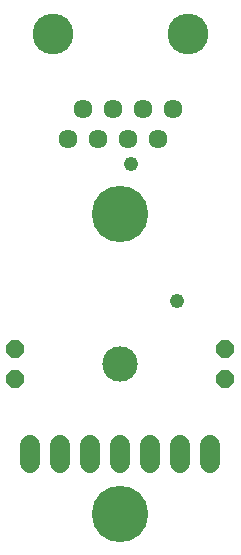
<source format=gts>
G75*
%MOIN*%
%OFA0B0*%
%FSLAX24Y24*%
%IPPOS*%
%LPD*%
%AMOC8*
5,1,8,0,0,1.08239X$1,22.5*
%
%ADD10C,0.1182*%
%ADD11C,0.0634*%
%ADD12C,0.1360*%
%ADD13OC8,0.0600*%
%ADD14C,0.0680*%
%ADD15C,0.0480*%
%ADD16C,0.1880*%
D10*
X004180Y013508D03*
D11*
X004430Y021008D03*
X003430Y021008D03*
X002430Y021008D03*
X002930Y022008D03*
X003930Y022008D03*
X004930Y022008D03*
X005930Y022008D03*
X005430Y021008D03*
D12*
X006430Y024508D03*
X001930Y024508D03*
D13*
X000680Y014008D03*
X000680Y013008D03*
X007680Y013008D03*
X007680Y014008D03*
D14*
X007180Y010808D02*
X007180Y010208D01*
X006180Y010208D02*
X006180Y010808D01*
X005180Y010808D02*
X005180Y010208D01*
X004180Y010208D02*
X004180Y010808D01*
X003180Y010808D02*
X003180Y010208D01*
X002180Y010208D02*
X002180Y010808D01*
X001180Y010808D02*
X001180Y010208D01*
D15*
X006080Y015608D03*
X004530Y020158D03*
D16*
X004180Y008508D03*
X004180Y018508D03*
M02*

</source>
